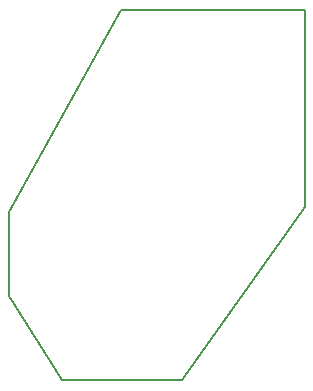
<source format=gm1>
%TF.GenerationSoftware,KiCad,Pcbnew,5.1.12-84ad8e8a86~92~ubuntu20.04.1*%
%TF.CreationDate,2022-03-01T23:05:29-06:00*%
%TF.ProjectId,portboard_dt,706f7274-626f-4617-9264-5f64742e6b69,rev?*%
%TF.SameCoordinates,Original*%
%TF.FileFunction,Profile,NP*%
%FSLAX46Y46*%
G04 Gerber Fmt 4.6, Leading zero omitted, Abs format (unit mm)*
G04 Created by KiCad (PCBNEW 5.1.12-84ad8e8a86~92~ubuntu20.04.1) date 2022-03-01 23:05:29*
%MOMM*%
%LPD*%
G01*
G04 APERTURE LIST*
%TA.AperFunction,Profile*%
%ADD10C,0.200000*%
%TD*%
G04 APERTURE END LIST*
D10*
X149249391Y-98982372D02*
X159650823Y-84291280D01*
X144100868Y-67631316D02*
X144100868Y-67631316D01*
X134586728Y-91813813D02*
X139099624Y-98982372D01*
X144100868Y-67631316D02*
X134586720Y-84697973D01*
X134586720Y-84697973D02*
X134586728Y-91813813D01*
X159650823Y-84291280D02*
X159650823Y-67631316D01*
X159650823Y-67631316D02*
X144100868Y-67631316D01*
X139099624Y-98982372D02*
X149249391Y-98982372D01*
M02*

</source>
